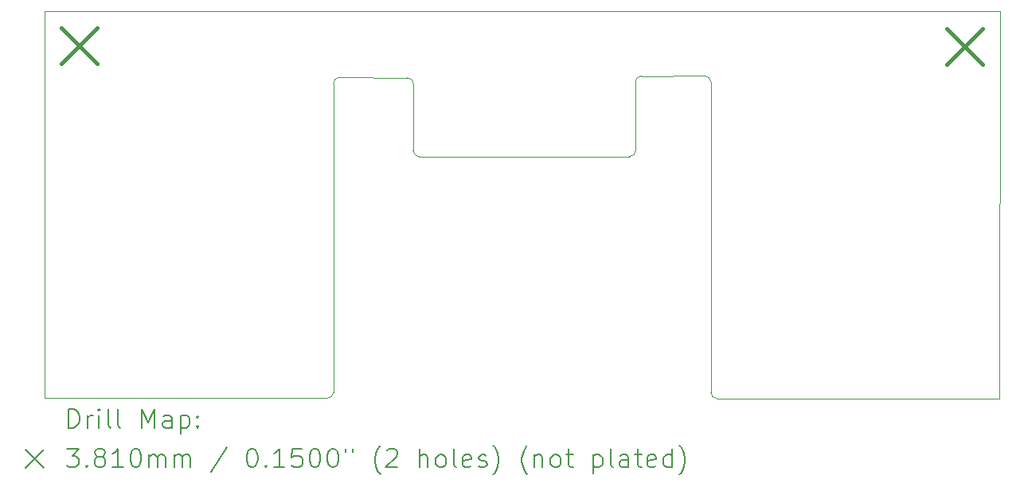
<source format=gbr>
%TF.GenerationSoftware,KiCad,Pcbnew,8.0.4*%
%TF.CreationDate,2025-01-10T16:53:50-05:00*%
%TF.ProjectId,X17-ESC-Adapter,5831372d-4553-4432-9d41-646170746572,rev?*%
%TF.SameCoordinates,Original*%
%TF.FileFunction,Drillmap*%
%TF.FilePolarity,Positive*%
%FSLAX45Y45*%
G04 Gerber Fmt 4.5, Leading zero omitted, Abs format (unit mm)*
G04 Created by KiCad (PCBNEW 8.0.4) date 2025-01-10 16:53:50*
%MOMM*%
%LPD*%
G01*
G04 APERTURE LIST*
%ADD10C,0.050000*%
%ADD11C,0.200000*%
%ADD12C,0.381000*%
G04 APERTURE END LIST*
D10*
X13788400Y-8449394D02*
G75*
G02*
X13851534Y-8385901I63480J14D01*
G01*
X10715000Y-11800000D02*
X10715000Y-7685200D01*
X17863011Y-11800553D02*
G75*
G02*
X17801000Y-11740000I1490J63553D01*
G01*
X17003000Y-9164000D02*
X16998919Y-8435566D01*
X14570052Y-8388775D02*
X13851530Y-8385183D01*
X17801600Y-8434329D02*
X17801000Y-11740000D01*
X13724900Y-11800000D02*
X10715000Y-11800000D01*
X13788400Y-8449315D02*
X13788400Y-11736500D01*
X14637890Y-8450845D02*
X14636110Y-9167312D01*
X14700000Y-9230000D02*
G75*
G02*
X14636112Y-9167312I20J63920D01*
G01*
X17863000Y-11801000D02*
X20872900Y-11801000D01*
X17062131Y-8371881D02*
X17737813Y-8370829D01*
X14570052Y-8388775D02*
G75*
G02*
X14637887Y-8450845I4738J-62925D01*
G01*
X20872900Y-11801000D02*
X20875000Y-7685200D01*
X20875000Y-7685200D02*
X10715000Y-7685200D01*
X17737813Y-8370829D02*
G75*
G02*
X17801592Y-8434329I287J-63491D01*
G01*
X13788400Y-11736500D02*
G75*
G02*
X13724900Y-11800000I-63500J0D01*
G01*
X14700000Y-9229520D02*
X16936500Y-9229520D01*
X16998919Y-8435566D02*
G75*
G02*
X17062131Y-8371879I63501J186D01*
G01*
X17003000Y-9164000D02*
G75*
G02*
X16935578Y-9229208I-67420J2250D01*
G01*
D11*
D12*
X10898500Y-7855500D02*
X11279500Y-8236500D01*
X11279500Y-7855500D02*
X10898500Y-8236500D01*
X20309500Y-7864500D02*
X20690500Y-8245500D01*
X20690500Y-7864500D02*
X20309500Y-8245500D01*
D11*
X10973277Y-12114984D02*
X10973277Y-11914984D01*
X10973277Y-11914984D02*
X11020896Y-11914984D01*
X11020896Y-11914984D02*
X11049467Y-11924508D01*
X11049467Y-11924508D02*
X11068515Y-11943555D01*
X11068515Y-11943555D02*
X11078039Y-11962603D01*
X11078039Y-11962603D02*
X11087563Y-12000698D01*
X11087563Y-12000698D02*
X11087563Y-12029269D01*
X11087563Y-12029269D02*
X11078039Y-12067365D01*
X11078039Y-12067365D02*
X11068515Y-12086412D01*
X11068515Y-12086412D02*
X11049467Y-12105460D01*
X11049467Y-12105460D02*
X11020896Y-12114984D01*
X11020896Y-12114984D02*
X10973277Y-12114984D01*
X11173277Y-12114984D02*
X11173277Y-11981650D01*
X11173277Y-12019746D02*
X11182801Y-12000698D01*
X11182801Y-12000698D02*
X11192324Y-11991174D01*
X11192324Y-11991174D02*
X11211372Y-11981650D01*
X11211372Y-11981650D02*
X11230420Y-11981650D01*
X11297086Y-12114984D02*
X11297086Y-11981650D01*
X11297086Y-11914984D02*
X11287562Y-11924508D01*
X11287562Y-11924508D02*
X11297086Y-11934031D01*
X11297086Y-11934031D02*
X11306610Y-11924508D01*
X11306610Y-11924508D02*
X11297086Y-11914984D01*
X11297086Y-11914984D02*
X11297086Y-11934031D01*
X11420896Y-12114984D02*
X11401848Y-12105460D01*
X11401848Y-12105460D02*
X11392324Y-12086412D01*
X11392324Y-12086412D02*
X11392324Y-11914984D01*
X11525658Y-12114984D02*
X11506610Y-12105460D01*
X11506610Y-12105460D02*
X11497086Y-12086412D01*
X11497086Y-12086412D02*
X11497086Y-11914984D01*
X11754229Y-12114984D02*
X11754229Y-11914984D01*
X11754229Y-11914984D02*
X11820896Y-12057841D01*
X11820896Y-12057841D02*
X11887562Y-11914984D01*
X11887562Y-11914984D02*
X11887562Y-12114984D01*
X12068515Y-12114984D02*
X12068515Y-12010222D01*
X12068515Y-12010222D02*
X12058991Y-11991174D01*
X12058991Y-11991174D02*
X12039943Y-11981650D01*
X12039943Y-11981650D02*
X12001848Y-11981650D01*
X12001848Y-11981650D02*
X11982801Y-11991174D01*
X12068515Y-12105460D02*
X12049467Y-12114984D01*
X12049467Y-12114984D02*
X12001848Y-12114984D01*
X12001848Y-12114984D02*
X11982801Y-12105460D01*
X11982801Y-12105460D02*
X11973277Y-12086412D01*
X11973277Y-12086412D02*
X11973277Y-12067365D01*
X11973277Y-12067365D02*
X11982801Y-12048317D01*
X11982801Y-12048317D02*
X12001848Y-12038793D01*
X12001848Y-12038793D02*
X12049467Y-12038793D01*
X12049467Y-12038793D02*
X12068515Y-12029269D01*
X12163753Y-11981650D02*
X12163753Y-12181650D01*
X12163753Y-11991174D02*
X12182801Y-11981650D01*
X12182801Y-11981650D02*
X12220896Y-11981650D01*
X12220896Y-11981650D02*
X12239943Y-11991174D01*
X12239943Y-11991174D02*
X12249467Y-12000698D01*
X12249467Y-12000698D02*
X12258991Y-12019746D01*
X12258991Y-12019746D02*
X12258991Y-12076888D01*
X12258991Y-12076888D02*
X12249467Y-12095936D01*
X12249467Y-12095936D02*
X12239943Y-12105460D01*
X12239943Y-12105460D02*
X12220896Y-12114984D01*
X12220896Y-12114984D02*
X12182801Y-12114984D01*
X12182801Y-12114984D02*
X12163753Y-12105460D01*
X12344705Y-12095936D02*
X12354229Y-12105460D01*
X12354229Y-12105460D02*
X12344705Y-12114984D01*
X12344705Y-12114984D02*
X12335182Y-12105460D01*
X12335182Y-12105460D02*
X12344705Y-12095936D01*
X12344705Y-12095936D02*
X12344705Y-12114984D01*
X12344705Y-11991174D02*
X12354229Y-12000698D01*
X12354229Y-12000698D02*
X12344705Y-12010222D01*
X12344705Y-12010222D02*
X12335182Y-12000698D01*
X12335182Y-12000698D02*
X12344705Y-11991174D01*
X12344705Y-11991174D02*
X12344705Y-12010222D01*
X10512500Y-12343500D02*
X10712500Y-12543500D01*
X10712500Y-12343500D02*
X10512500Y-12543500D01*
X10954229Y-12334984D02*
X11078039Y-12334984D01*
X11078039Y-12334984D02*
X11011372Y-12411174D01*
X11011372Y-12411174D02*
X11039944Y-12411174D01*
X11039944Y-12411174D02*
X11058991Y-12420698D01*
X11058991Y-12420698D02*
X11068515Y-12430222D01*
X11068515Y-12430222D02*
X11078039Y-12449269D01*
X11078039Y-12449269D02*
X11078039Y-12496888D01*
X11078039Y-12496888D02*
X11068515Y-12515936D01*
X11068515Y-12515936D02*
X11058991Y-12525460D01*
X11058991Y-12525460D02*
X11039944Y-12534984D01*
X11039944Y-12534984D02*
X10982801Y-12534984D01*
X10982801Y-12534984D02*
X10963753Y-12525460D01*
X10963753Y-12525460D02*
X10954229Y-12515936D01*
X11163753Y-12515936D02*
X11173277Y-12525460D01*
X11173277Y-12525460D02*
X11163753Y-12534984D01*
X11163753Y-12534984D02*
X11154229Y-12525460D01*
X11154229Y-12525460D02*
X11163753Y-12515936D01*
X11163753Y-12515936D02*
X11163753Y-12534984D01*
X11287562Y-12420698D02*
X11268515Y-12411174D01*
X11268515Y-12411174D02*
X11258991Y-12401650D01*
X11258991Y-12401650D02*
X11249467Y-12382603D01*
X11249467Y-12382603D02*
X11249467Y-12373079D01*
X11249467Y-12373079D02*
X11258991Y-12354031D01*
X11258991Y-12354031D02*
X11268515Y-12344508D01*
X11268515Y-12344508D02*
X11287562Y-12334984D01*
X11287562Y-12334984D02*
X11325658Y-12334984D01*
X11325658Y-12334984D02*
X11344705Y-12344508D01*
X11344705Y-12344508D02*
X11354229Y-12354031D01*
X11354229Y-12354031D02*
X11363753Y-12373079D01*
X11363753Y-12373079D02*
X11363753Y-12382603D01*
X11363753Y-12382603D02*
X11354229Y-12401650D01*
X11354229Y-12401650D02*
X11344705Y-12411174D01*
X11344705Y-12411174D02*
X11325658Y-12420698D01*
X11325658Y-12420698D02*
X11287562Y-12420698D01*
X11287562Y-12420698D02*
X11268515Y-12430222D01*
X11268515Y-12430222D02*
X11258991Y-12439746D01*
X11258991Y-12439746D02*
X11249467Y-12458793D01*
X11249467Y-12458793D02*
X11249467Y-12496888D01*
X11249467Y-12496888D02*
X11258991Y-12515936D01*
X11258991Y-12515936D02*
X11268515Y-12525460D01*
X11268515Y-12525460D02*
X11287562Y-12534984D01*
X11287562Y-12534984D02*
X11325658Y-12534984D01*
X11325658Y-12534984D02*
X11344705Y-12525460D01*
X11344705Y-12525460D02*
X11354229Y-12515936D01*
X11354229Y-12515936D02*
X11363753Y-12496888D01*
X11363753Y-12496888D02*
X11363753Y-12458793D01*
X11363753Y-12458793D02*
X11354229Y-12439746D01*
X11354229Y-12439746D02*
X11344705Y-12430222D01*
X11344705Y-12430222D02*
X11325658Y-12420698D01*
X11554229Y-12534984D02*
X11439943Y-12534984D01*
X11497086Y-12534984D02*
X11497086Y-12334984D01*
X11497086Y-12334984D02*
X11478039Y-12363555D01*
X11478039Y-12363555D02*
X11458991Y-12382603D01*
X11458991Y-12382603D02*
X11439943Y-12392127D01*
X11678039Y-12334984D02*
X11697086Y-12334984D01*
X11697086Y-12334984D02*
X11716134Y-12344508D01*
X11716134Y-12344508D02*
X11725658Y-12354031D01*
X11725658Y-12354031D02*
X11735182Y-12373079D01*
X11735182Y-12373079D02*
X11744705Y-12411174D01*
X11744705Y-12411174D02*
X11744705Y-12458793D01*
X11744705Y-12458793D02*
X11735182Y-12496888D01*
X11735182Y-12496888D02*
X11725658Y-12515936D01*
X11725658Y-12515936D02*
X11716134Y-12525460D01*
X11716134Y-12525460D02*
X11697086Y-12534984D01*
X11697086Y-12534984D02*
X11678039Y-12534984D01*
X11678039Y-12534984D02*
X11658991Y-12525460D01*
X11658991Y-12525460D02*
X11649467Y-12515936D01*
X11649467Y-12515936D02*
X11639943Y-12496888D01*
X11639943Y-12496888D02*
X11630420Y-12458793D01*
X11630420Y-12458793D02*
X11630420Y-12411174D01*
X11630420Y-12411174D02*
X11639943Y-12373079D01*
X11639943Y-12373079D02*
X11649467Y-12354031D01*
X11649467Y-12354031D02*
X11658991Y-12344508D01*
X11658991Y-12344508D02*
X11678039Y-12334984D01*
X11830420Y-12534984D02*
X11830420Y-12401650D01*
X11830420Y-12420698D02*
X11839943Y-12411174D01*
X11839943Y-12411174D02*
X11858991Y-12401650D01*
X11858991Y-12401650D02*
X11887563Y-12401650D01*
X11887563Y-12401650D02*
X11906610Y-12411174D01*
X11906610Y-12411174D02*
X11916134Y-12430222D01*
X11916134Y-12430222D02*
X11916134Y-12534984D01*
X11916134Y-12430222D02*
X11925658Y-12411174D01*
X11925658Y-12411174D02*
X11944705Y-12401650D01*
X11944705Y-12401650D02*
X11973277Y-12401650D01*
X11973277Y-12401650D02*
X11992324Y-12411174D01*
X11992324Y-12411174D02*
X12001848Y-12430222D01*
X12001848Y-12430222D02*
X12001848Y-12534984D01*
X12097086Y-12534984D02*
X12097086Y-12401650D01*
X12097086Y-12420698D02*
X12106610Y-12411174D01*
X12106610Y-12411174D02*
X12125658Y-12401650D01*
X12125658Y-12401650D02*
X12154229Y-12401650D01*
X12154229Y-12401650D02*
X12173277Y-12411174D01*
X12173277Y-12411174D02*
X12182801Y-12430222D01*
X12182801Y-12430222D02*
X12182801Y-12534984D01*
X12182801Y-12430222D02*
X12192324Y-12411174D01*
X12192324Y-12411174D02*
X12211372Y-12401650D01*
X12211372Y-12401650D02*
X12239943Y-12401650D01*
X12239943Y-12401650D02*
X12258991Y-12411174D01*
X12258991Y-12411174D02*
X12268515Y-12430222D01*
X12268515Y-12430222D02*
X12268515Y-12534984D01*
X12658991Y-12325460D02*
X12487563Y-12582603D01*
X12916134Y-12334984D02*
X12935182Y-12334984D01*
X12935182Y-12334984D02*
X12954229Y-12344508D01*
X12954229Y-12344508D02*
X12963753Y-12354031D01*
X12963753Y-12354031D02*
X12973277Y-12373079D01*
X12973277Y-12373079D02*
X12982801Y-12411174D01*
X12982801Y-12411174D02*
X12982801Y-12458793D01*
X12982801Y-12458793D02*
X12973277Y-12496888D01*
X12973277Y-12496888D02*
X12963753Y-12515936D01*
X12963753Y-12515936D02*
X12954229Y-12525460D01*
X12954229Y-12525460D02*
X12935182Y-12534984D01*
X12935182Y-12534984D02*
X12916134Y-12534984D01*
X12916134Y-12534984D02*
X12897086Y-12525460D01*
X12897086Y-12525460D02*
X12887563Y-12515936D01*
X12887563Y-12515936D02*
X12878039Y-12496888D01*
X12878039Y-12496888D02*
X12868515Y-12458793D01*
X12868515Y-12458793D02*
X12868515Y-12411174D01*
X12868515Y-12411174D02*
X12878039Y-12373079D01*
X12878039Y-12373079D02*
X12887563Y-12354031D01*
X12887563Y-12354031D02*
X12897086Y-12344508D01*
X12897086Y-12344508D02*
X12916134Y-12334984D01*
X13068515Y-12515936D02*
X13078039Y-12525460D01*
X13078039Y-12525460D02*
X13068515Y-12534984D01*
X13068515Y-12534984D02*
X13058991Y-12525460D01*
X13058991Y-12525460D02*
X13068515Y-12515936D01*
X13068515Y-12515936D02*
X13068515Y-12534984D01*
X13268515Y-12534984D02*
X13154229Y-12534984D01*
X13211372Y-12534984D02*
X13211372Y-12334984D01*
X13211372Y-12334984D02*
X13192325Y-12363555D01*
X13192325Y-12363555D02*
X13173277Y-12382603D01*
X13173277Y-12382603D02*
X13154229Y-12392127D01*
X13449467Y-12334984D02*
X13354229Y-12334984D01*
X13354229Y-12334984D02*
X13344706Y-12430222D01*
X13344706Y-12430222D02*
X13354229Y-12420698D01*
X13354229Y-12420698D02*
X13373277Y-12411174D01*
X13373277Y-12411174D02*
X13420896Y-12411174D01*
X13420896Y-12411174D02*
X13439944Y-12420698D01*
X13439944Y-12420698D02*
X13449467Y-12430222D01*
X13449467Y-12430222D02*
X13458991Y-12449269D01*
X13458991Y-12449269D02*
X13458991Y-12496888D01*
X13458991Y-12496888D02*
X13449467Y-12515936D01*
X13449467Y-12515936D02*
X13439944Y-12525460D01*
X13439944Y-12525460D02*
X13420896Y-12534984D01*
X13420896Y-12534984D02*
X13373277Y-12534984D01*
X13373277Y-12534984D02*
X13354229Y-12525460D01*
X13354229Y-12525460D02*
X13344706Y-12515936D01*
X13582801Y-12334984D02*
X13601848Y-12334984D01*
X13601848Y-12334984D02*
X13620896Y-12344508D01*
X13620896Y-12344508D02*
X13630420Y-12354031D01*
X13630420Y-12354031D02*
X13639944Y-12373079D01*
X13639944Y-12373079D02*
X13649467Y-12411174D01*
X13649467Y-12411174D02*
X13649467Y-12458793D01*
X13649467Y-12458793D02*
X13639944Y-12496888D01*
X13639944Y-12496888D02*
X13630420Y-12515936D01*
X13630420Y-12515936D02*
X13620896Y-12525460D01*
X13620896Y-12525460D02*
X13601848Y-12534984D01*
X13601848Y-12534984D02*
X13582801Y-12534984D01*
X13582801Y-12534984D02*
X13563753Y-12525460D01*
X13563753Y-12525460D02*
X13554229Y-12515936D01*
X13554229Y-12515936D02*
X13544706Y-12496888D01*
X13544706Y-12496888D02*
X13535182Y-12458793D01*
X13535182Y-12458793D02*
X13535182Y-12411174D01*
X13535182Y-12411174D02*
X13544706Y-12373079D01*
X13544706Y-12373079D02*
X13554229Y-12354031D01*
X13554229Y-12354031D02*
X13563753Y-12344508D01*
X13563753Y-12344508D02*
X13582801Y-12334984D01*
X13773277Y-12334984D02*
X13792325Y-12334984D01*
X13792325Y-12334984D02*
X13811372Y-12344508D01*
X13811372Y-12344508D02*
X13820896Y-12354031D01*
X13820896Y-12354031D02*
X13830420Y-12373079D01*
X13830420Y-12373079D02*
X13839944Y-12411174D01*
X13839944Y-12411174D02*
X13839944Y-12458793D01*
X13839944Y-12458793D02*
X13830420Y-12496888D01*
X13830420Y-12496888D02*
X13820896Y-12515936D01*
X13820896Y-12515936D02*
X13811372Y-12525460D01*
X13811372Y-12525460D02*
X13792325Y-12534984D01*
X13792325Y-12534984D02*
X13773277Y-12534984D01*
X13773277Y-12534984D02*
X13754229Y-12525460D01*
X13754229Y-12525460D02*
X13744706Y-12515936D01*
X13744706Y-12515936D02*
X13735182Y-12496888D01*
X13735182Y-12496888D02*
X13725658Y-12458793D01*
X13725658Y-12458793D02*
X13725658Y-12411174D01*
X13725658Y-12411174D02*
X13735182Y-12373079D01*
X13735182Y-12373079D02*
X13744706Y-12354031D01*
X13744706Y-12354031D02*
X13754229Y-12344508D01*
X13754229Y-12344508D02*
X13773277Y-12334984D01*
X13916134Y-12334984D02*
X13916134Y-12373079D01*
X13992325Y-12334984D02*
X13992325Y-12373079D01*
X14287563Y-12611174D02*
X14278039Y-12601650D01*
X14278039Y-12601650D02*
X14258991Y-12573079D01*
X14258991Y-12573079D02*
X14249468Y-12554031D01*
X14249468Y-12554031D02*
X14239944Y-12525460D01*
X14239944Y-12525460D02*
X14230420Y-12477841D01*
X14230420Y-12477841D02*
X14230420Y-12439746D01*
X14230420Y-12439746D02*
X14239944Y-12392127D01*
X14239944Y-12392127D02*
X14249468Y-12363555D01*
X14249468Y-12363555D02*
X14258991Y-12344508D01*
X14258991Y-12344508D02*
X14278039Y-12315936D01*
X14278039Y-12315936D02*
X14287563Y-12306412D01*
X14354229Y-12354031D02*
X14363753Y-12344508D01*
X14363753Y-12344508D02*
X14382801Y-12334984D01*
X14382801Y-12334984D02*
X14430420Y-12334984D01*
X14430420Y-12334984D02*
X14449468Y-12344508D01*
X14449468Y-12344508D02*
X14458991Y-12354031D01*
X14458991Y-12354031D02*
X14468515Y-12373079D01*
X14468515Y-12373079D02*
X14468515Y-12392127D01*
X14468515Y-12392127D02*
X14458991Y-12420698D01*
X14458991Y-12420698D02*
X14344706Y-12534984D01*
X14344706Y-12534984D02*
X14468515Y-12534984D01*
X14706610Y-12534984D02*
X14706610Y-12334984D01*
X14792325Y-12534984D02*
X14792325Y-12430222D01*
X14792325Y-12430222D02*
X14782801Y-12411174D01*
X14782801Y-12411174D02*
X14763753Y-12401650D01*
X14763753Y-12401650D02*
X14735182Y-12401650D01*
X14735182Y-12401650D02*
X14716134Y-12411174D01*
X14716134Y-12411174D02*
X14706610Y-12420698D01*
X14916134Y-12534984D02*
X14897087Y-12525460D01*
X14897087Y-12525460D02*
X14887563Y-12515936D01*
X14887563Y-12515936D02*
X14878039Y-12496888D01*
X14878039Y-12496888D02*
X14878039Y-12439746D01*
X14878039Y-12439746D02*
X14887563Y-12420698D01*
X14887563Y-12420698D02*
X14897087Y-12411174D01*
X14897087Y-12411174D02*
X14916134Y-12401650D01*
X14916134Y-12401650D02*
X14944706Y-12401650D01*
X14944706Y-12401650D02*
X14963753Y-12411174D01*
X14963753Y-12411174D02*
X14973277Y-12420698D01*
X14973277Y-12420698D02*
X14982801Y-12439746D01*
X14982801Y-12439746D02*
X14982801Y-12496888D01*
X14982801Y-12496888D02*
X14973277Y-12515936D01*
X14973277Y-12515936D02*
X14963753Y-12525460D01*
X14963753Y-12525460D02*
X14944706Y-12534984D01*
X14944706Y-12534984D02*
X14916134Y-12534984D01*
X15097087Y-12534984D02*
X15078039Y-12525460D01*
X15078039Y-12525460D02*
X15068515Y-12506412D01*
X15068515Y-12506412D02*
X15068515Y-12334984D01*
X15249468Y-12525460D02*
X15230420Y-12534984D01*
X15230420Y-12534984D02*
X15192325Y-12534984D01*
X15192325Y-12534984D02*
X15173277Y-12525460D01*
X15173277Y-12525460D02*
X15163753Y-12506412D01*
X15163753Y-12506412D02*
X15163753Y-12430222D01*
X15163753Y-12430222D02*
X15173277Y-12411174D01*
X15173277Y-12411174D02*
X15192325Y-12401650D01*
X15192325Y-12401650D02*
X15230420Y-12401650D01*
X15230420Y-12401650D02*
X15249468Y-12411174D01*
X15249468Y-12411174D02*
X15258991Y-12430222D01*
X15258991Y-12430222D02*
X15258991Y-12449269D01*
X15258991Y-12449269D02*
X15163753Y-12468317D01*
X15335182Y-12525460D02*
X15354230Y-12534984D01*
X15354230Y-12534984D02*
X15392325Y-12534984D01*
X15392325Y-12534984D02*
X15411372Y-12525460D01*
X15411372Y-12525460D02*
X15420896Y-12506412D01*
X15420896Y-12506412D02*
X15420896Y-12496888D01*
X15420896Y-12496888D02*
X15411372Y-12477841D01*
X15411372Y-12477841D02*
X15392325Y-12468317D01*
X15392325Y-12468317D02*
X15363753Y-12468317D01*
X15363753Y-12468317D02*
X15344706Y-12458793D01*
X15344706Y-12458793D02*
X15335182Y-12439746D01*
X15335182Y-12439746D02*
X15335182Y-12430222D01*
X15335182Y-12430222D02*
X15344706Y-12411174D01*
X15344706Y-12411174D02*
X15363753Y-12401650D01*
X15363753Y-12401650D02*
X15392325Y-12401650D01*
X15392325Y-12401650D02*
X15411372Y-12411174D01*
X15487563Y-12611174D02*
X15497087Y-12601650D01*
X15497087Y-12601650D02*
X15516134Y-12573079D01*
X15516134Y-12573079D02*
X15525658Y-12554031D01*
X15525658Y-12554031D02*
X15535182Y-12525460D01*
X15535182Y-12525460D02*
X15544706Y-12477841D01*
X15544706Y-12477841D02*
X15544706Y-12439746D01*
X15544706Y-12439746D02*
X15535182Y-12392127D01*
X15535182Y-12392127D02*
X15525658Y-12363555D01*
X15525658Y-12363555D02*
X15516134Y-12344508D01*
X15516134Y-12344508D02*
X15497087Y-12315936D01*
X15497087Y-12315936D02*
X15487563Y-12306412D01*
X15849468Y-12611174D02*
X15839944Y-12601650D01*
X15839944Y-12601650D02*
X15820896Y-12573079D01*
X15820896Y-12573079D02*
X15811372Y-12554031D01*
X15811372Y-12554031D02*
X15801849Y-12525460D01*
X15801849Y-12525460D02*
X15792325Y-12477841D01*
X15792325Y-12477841D02*
X15792325Y-12439746D01*
X15792325Y-12439746D02*
X15801849Y-12392127D01*
X15801849Y-12392127D02*
X15811372Y-12363555D01*
X15811372Y-12363555D02*
X15820896Y-12344508D01*
X15820896Y-12344508D02*
X15839944Y-12315936D01*
X15839944Y-12315936D02*
X15849468Y-12306412D01*
X15925658Y-12401650D02*
X15925658Y-12534984D01*
X15925658Y-12420698D02*
X15935182Y-12411174D01*
X15935182Y-12411174D02*
X15954230Y-12401650D01*
X15954230Y-12401650D02*
X15982801Y-12401650D01*
X15982801Y-12401650D02*
X16001849Y-12411174D01*
X16001849Y-12411174D02*
X16011372Y-12430222D01*
X16011372Y-12430222D02*
X16011372Y-12534984D01*
X16135182Y-12534984D02*
X16116134Y-12525460D01*
X16116134Y-12525460D02*
X16106611Y-12515936D01*
X16106611Y-12515936D02*
X16097087Y-12496888D01*
X16097087Y-12496888D02*
X16097087Y-12439746D01*
X16097087Y-12439746D02*
X16106611Y-12420698D01*
X16106611Y-12420698D02*
X16116134Y-12411174D01*
X16116134Y-12411174D02*
X16135182Y-12401650D01*
X16135182Y-12401650D02*
X16163753Y-12401650D01*
X16163753Y-12401650D02*
X16182801Y-12411174D01*
X16182801Y-12411174D02*
X16192325Y-12420698D01*
X16192325Y-12420698D02*
X16201849Y-12439746D01*
X16201849Y-12439746D02*
X16201849Y-12496888D01*
X16201849Y-12496888D02*
X16192325Y-12515936D01*
X16192325Y-12515936D02*
X16182801Y-12525460D01*
X16182801Y-12525460D02*
X16163753Y-12534984D01*
X16163753Y-12534984D02*
X16135182Y-12534984D01*
X16258992Y-12401650D02*
X16335182Y-12401650D01*
X16287563Y-12334984D02*
X16287563Y-12506412D01*
X16287563Y-12506412D02*
X16297087Y-12525460D01*
X16297087Y-12525460D02*
X16316134Y-12534984D01*
X16316134Y-12534984D02*
X16335182Y-12534984D01*
X16554230Y-12401650D02*
X16554230Y-12601650D01*
X16554230Y-12411174D02*
X16573277Y-12401650D01*
X16573277Y-12401650D02*
X16611373Y-12401650D01*
X16611373Y-12401650D02*
X16630420Y-12411174D01*
X16630420Y-12411174D02*
X16639944Y-12420698D01*
X16639944Y-12420698D02*
X16649468Y-12439746D01*
X16649468Y-12439746D02*
X16649468Y-12496888D01*
X16649468Y-12496888D02*
X16639944Y-12515936D01*
X16639944Y-12515936D02*
X16630420Y-12525460D01*
X16630420Y-12525460D02*
X16611373Y-12534984D01*
X16611373Y-12534984D02*
X16573277Y-12534984D01*
X16573277Y-12534984D02*
X16554230Y-12525460D01*
X16763753Y-12534984D02*
X16744706Y-12525460D01*
X16744706Y-12525460D02*
X16735182Y-12506412D01*
X16735182Y-12506412D02*
X16735182Y-12334984D01*
X16925658Y-12534984D02*
X16925658Y-12430222D01*
X16925658Y-12430222D02*
X16916135Y-12411174D01*
X16916135Y-12411174D02*
X16897087Y-12401650D01*
X16897087Y-12401650D02*
X16858992Y-12401650D01*
X16858992Y-12401650D02*
X16839944Y-12411174D01*
X16925658Y-12525460D02*
X16906611Y-12534984D01*
X16906611Y-12534984D02*
X16858992Y-12534984D01*
X16858992Y-12534984D02*
X16839944Y-12525460D01*
X16839944Y-12525460D02*
X16830420Y-12506412D01*
X16830420Y-12506412D02*
X16830420Y-12487365D01*
X16830420Y-12487365D02*
X16839944Y-12468317D01*
X16839944Y-12468317D02*
X16858992Y-12458793D01*
X16858992Y-12458793D02*
X16906611Y-12458793D01*
X16906611Y-12458793D02*
X16925658Y-12449269D01*
X16992325Y-12401650D02*
X17068515Y-12401650D01*
X17020896Y-12334984D02*
X17020896Y-12506412D01*
X17020896Y-12506412D02*
X17030420Y-12525460D01*
X17030420Y-12525460D02*
X17049468Y-12534984D01*
X17049468Y-12534984D02*
X17068515Y-12534984D01*
X17211373Y-12525460D02*
X17192325Y-12534984D01*
X17192325Y-12534984D02*
X17154230Y-12534984D01*
X17154230Y-12534984D02*
X17135182Y-12525460D01*
X17135182Y-12525460D02*
X17125658Y-12506412D01*
X17125658Y-12506412D02*
X17125658Y-12430222D01*
X17125658Y-12430222D02*
X17135182Y-12411174D01*
X17135182Y-12411174D02*
X17154230Y-12401650D01*
X17154230Y-12401650D02*
X17192325Y-12401650D01*
X17192325Y-12401650D02*
X17211373Y-12411174D01*
X17211373Y-12411174D02*
X17220896Y-12430222D01*
X17220896Y-12430222D02*
X17220896Y-12449269D01*
X17220896Y-12449269D02*
X17125658Y-12468317D01*
X17392325Y-12534984D02*
X17392325Y-12334984D01*
X17392325Y-12525460D02*
X17373277Y-12534984D01*
X17373277Y-12534984D02*
X17335182Y-12534984D01*
X17335182Y-12534984D02*
X17316135Y-12525460D01*
X17316135Y-12525460D02*
X17306611Y-12515936D01*
X17306611Y-12515936D02*
X17297087Y-12496888D01*
X17297087Y-12496888D02*
X17297087Y-12439746D01*
X17297087Y-12439746D02*
X17306611Y-12420698D01*
X17306611Y-12420698D02*
X17316135Y-12411174D01*
X17316135Y-12411174D02*
X17335182Y-12401650D01*
X17335182Y-12401650D02*
X17373277Y-12401650D01*
X17373277Y-12401650D02*
X17392325Y-12411174D01*
X17468516Y-12611174D02*
X17478039Y-12601650D01*
X17478039Y-12601650D02*
X17497087Y-12573079D01*
X17497087Y-12573079D02*
X17506611Y-12554031D01*
X17506611Y-12554031D02*
X17516135Y-12525460D01*
X17516135Y-12525460D02*
X17525658Y-12477841D01*
X17525658Y-12477841D02*
X17525658Y-12439746D01*
X17525658Y-12439746D02*
X17516135Y-12392127D01*
X17516135Y-12392127D02*
X17506611Y-12363555D01*
X17506611Y-12363555D02*
X17497087Y-12344508D01*
X17497087Y-12344508D02*
X17478039Y-12315936D01*
X17478039Y-12315936D02*
X17468516Y-12306412D01*
M02*

</source>
